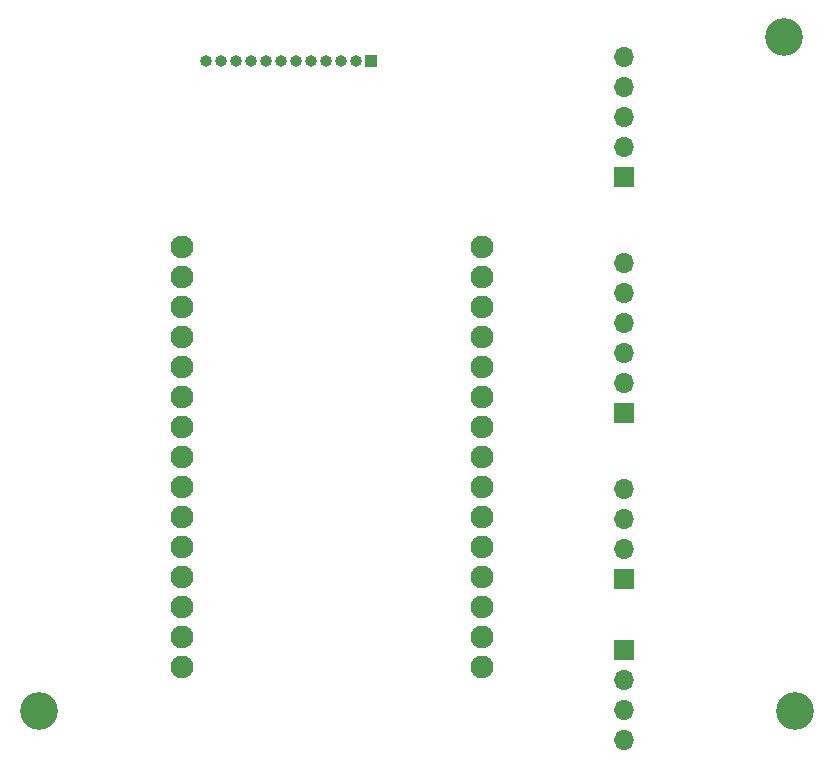
<source format=gbr>
%TF.GenerationSoftware,KiCad,Pcbnew,(5.1.10)-1*%
%TF.CreationDate,2022-02-10T20:54:04-03:00*%
%TF.ProjectId,sensor_v00,73656e73-6f72-45f7-9630-302e6b696361,rev?*%
%TF.SameCoordinates,Original*%
%TF.FileFunction,Soldermask,Top*%
%TF.FilePolarity,Negative*%
%FSLAX46Y46*%
G04 Gerber Fmt 4.6, Leading zero omitted, Abs format (unit mm)*
G04 Created by KiCad (PCBNEW (5.1.10)-1) date 2022-02-10 20:54:04*
%MOMM*%
%LPD*%
G01*
G04 APERTURE LIST*
%ADD10C,3.200000*%
%ADD11O,1.000000X1.000000*%
%ADD12R,1.000000X1.000000*%
%ADD13C,1.930400*%
%ADD14O,1.700000X1.700000*%
%ADD15R,1.700000X1.700000*%
G04 APERTURE END LIST*
D10*
%TO.C,.*%
X106901900Y-134025500D03*
%TD*%
%TO.C,.*%
X170901900Y-134025500D03*
%TD*%
%TO.C,.*%
X170000000Y-77000000D03*
%TD*%
D11*
%TO.C,LoRa*%
X121030000Y-79000000D03*
X122300000Y-79000000D03*
X123570000Y-79000000D03*
X124840000Y-79000000D03*
X126110000Y-79000000D03*
X127380000Y-79000000D03*
X128650000Y-79000000D03*
X129920000Y-79000000D03*
X131190000Y-79000000D03*
X132460000Y-79000000D03*
X133730000Y-79000000D03*
D12*
X135000000Y-79000000D03*
%TD*%
D13*
%TO.C,U101*%
X119052840Y-94750240D03*
X119052840Y-97290240D03*
X119052840Y-99830240D03*
X119052840Y-102370240D03*
X119052840Y-104910240D03*
X119052840Y-107450240D03*
X119052840Y-109990240D03*
X119052840Y-112530240D03*
X119052840Y-115070240D03*
X119052840Y-117610240D03*
X119052840Y-120150240D03*
X119052840Y-122690240D03*
X119052840Y-125230240D03*
X119052840Y-127770240D03*
X119052840Y-130310240D03*
X144457840Y-94750240D03*
X144457840Y-97290240D03*
X144457840Y-99830240D03*
X144457840Y-102370240D03*
X144457840Y-104910240D03*
X144457840Y-107450240D03*
X144457840Y-109990240D03*
X144457840Y-112530240D03*
X144457840Y-115070240D03*
X144457840Y-117610240D03*
X144457840Y-120150240D03*
X144457840Y-122690240D03*
X144457840Y-125230240D03*
X144457840Y-127770240D03*
X144457840Y-130310240D03*
%TD*%
D14*
%TO.C,TLS2561*%
X156462920Y-78690920D03*
X156462920Y-81230920D03*
X156462920Y-83770920D03*
X156462920Y-86310920D03*
D15*
X156462920Y-88850920D03*
%TD*%
D14*
%TO.C,J103*%
X156462920Y-115230920D03*
X156462920Y-117770920D03*
X156462920Y-120310920D03*
D15*
X156462920Y-122850920D03*
%TD*%
D14*
%TO.C,BME680*%
X156462920Y-96150920D03*
X156462920Y-98690920D03*
X156462920Y-101230920D03*
X156462920Y-103770920D03*
X156462920Y-106310920D03*
D15*
X156462920Y-108850920D03*
%TD*%
D14*
%TO.C,J101*%
X156462920Y-136470920D03*
X156462920Y-133930920D03*
X156462920Y-131390920D03*
D15*
X156462920Y-128850920D03*
%TD*%
M02*

</source>
